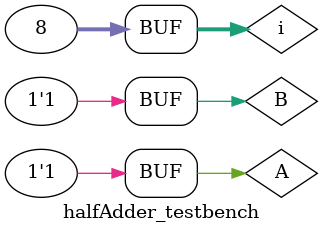
<source format=sv>
/* NAME					|	halfAdder.sv
	-------------------------------------------------------------------------------------------------
	DESCRIPTION       |  adds two values
 ---------------------------------------------------------------------------------------------------
	PARAMETERS			|	TYPE					|	DESCRIPTION					
 ---------------------------------------------------------------------------------------------------
	SUM		         |	OUTPUT 				|	The sum of A and B
	CARRY					|	OUTPUT				|	Carry of A and B
	A						|	INPUT 				| 	input a
	B						|	INPUT 				| 	input b
	#################################################################################################
	AUTHOR            | Minhhue H Khuu && Vivi Chuang
	ASSIGNMENT			| Lab 2: Register File
	CLASS					| EE 471
	DATE					| 02/17/2015
	#################################################################################################
*/ 
module halfAdder(SUM, CARRY, A, B);

	// ports
	input A, B;
	output SUM, CARRY;

	// assignments
	and CARRYS (CARRY, A, B);
	xor SUMS	  (SUM, A, B);
	
endmodule


// test
module halfAdder_testbench();
	reg A, B;
	wire SUM, CARRY;

	halfAdder dut (.SUM, .CARRY, .A, .B);

	integer i;
	initial begin
		for(i=0; i<8; i++) begin
			{A, B} = i; #10;
		end
	end
endmodule 
</source>
